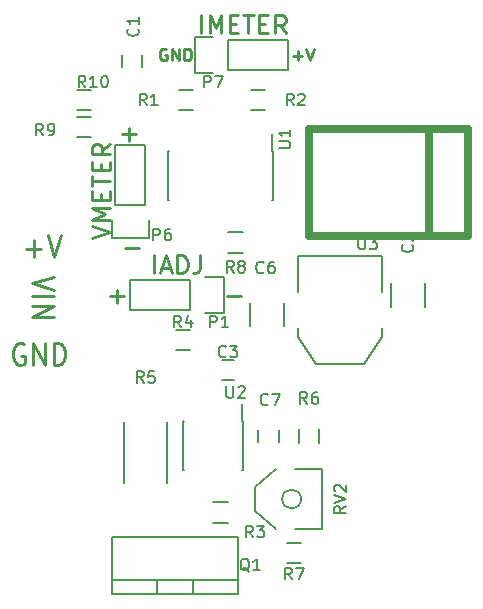
<source format=gto>
G04 #@! TF.FileFunction,Legend,Top*
%FSLAX46Y46*%
G04 Gerber Fmt 4.6, Leading zero omitted, Abs format (unit mm)*
G04 Created by KiCad (PCBNEW 4.0.1-stable) date 1/31/2016 8:55:28 PM*
%MOMM*%
G01*
G04 APERTURE LIST*
%ADD10C,0.150000*%
%ADD11C,0.250000*%
%ADD12C,0.650000*%
G04 APERTURE END LIST*
D10*
D11*
X21526572Y-24237143D02*
X22669429Y-24237143D01*
X11620572Y-24237143D02*
X12763429Y-24237143D01*
X12192000Y-24808571D02*
X12192000Y-23665714D01*
X19324286Y-1948571D02*
X19324286Y-448571D01*
X20038572Y-1948571D02*
X20038572Y-448571D01*
X20538572Y-1520000D01*
X21038572Y-448571D01*
X21038572Y-1948571D01*
X21752858Y-1162857D02*
X22252858Y-1162857D01*
X22467144Y-1948571D02*
X21752858Y-1948571D01*
X21752858Y-448571D01*
X22467144Y-448571D01*
X22895715Y-448571D02*
X23752858Y-448571D01*
X23324287Y-1948571D02*
X23324287Y-448571D01*
X24252858Y-1162857D02*
X24752858Y-1162857D01*
X24967144Y-1948571D02*
X24252858Y-1948571D01*
X24252858Y-448571D01*
X24967144Y-448571D01*
X26467144Y-1948571D02*
X25967144Y-1234286D01*
X25610001Y-1948571D02*
X25610001Y-448571D01*
X26181429Y-448571D01*
X26324287Y-520000D01*
X26395715Y-591429D01*
X26467144Y-734286D01*
X26467144Y-948571D01*
X26395715Y-1091429D01*
X26324287Y-1162857D01*
X26181429Y-1234286D01*
X25610001Y-1234286D01*
X12890572Y-20173143D02*
X14033429Y-20173143D01*
X12636572Y-10521143D02*
X13779429Y-10521143D01*
X13208000Y-11092571D02*
X13208000Y-9949714D01*
X10100571Y-19275714D02*
X11600571Y-18775714D01*
X10100571Y-18275714D01*
X11600571Y-17775714D02*
X10100571Y-17775714D01*
X11172000Y-17275714D01*
X10100571Y-16775714D01*
X11600571Y-16775714D01*
X10814857Y-16061428D02*
X10814857Y-15561428D01*
X11600571Y-15347142D02*
X11600571Y-16061428D01*
X10100571Y-16061428D01*
X10100571Y-15347142D01*
X10100571Y-14918571D02*
X10100571Y-14061428D01*
X11600571Y-14489999D02*
X10100571Y-14489999D01*
X10814857Y-13561428D02*
X10814857Y-13061428D01*
X11600571Y-12847142D02*
X11600571Y-13561428D01*
X10100571Y-13561428D01*
X10100571Y-12847142D01*
X11600571Y-11347142D02*
X10886286Y-11847142D01*
X11600571Y-12204285D02*
X10100571Y-12204285D01*
X10100571Y-11632857D01*
X10172000Y-11489999D01*
X10243429Y-11418571D01*
X10386286Y-11347142D01*
X10600571Y-11347142D01*
X10743429Y-11418571D01*
X10814857Y-11489999D01*
X10886286Y-11632857D01*
X10886286Y-12204285D01*
X15307715Y-22268571D02*
X15307715Y-20768571D01*
X15950572Y-21840000D02*
X16664858Y-21840000D01*
X15807715Y-22268571D02*
X16307715Y-20768571D01*
X16807715Y-22268571D01*
X17307715Y-22268571D02*
X17307715Y-20768571D01*
X17664858Y-20768571D01*
X17879143Y-20840000D01*
X18022001Y-20982857D01*
X18093429Y-21125714D01*
X18164858Y-21411429D01*
X18164858Y-21625714D01*
X18093429Y-21911429D01*
X18022001Y-22054286D01*
X17879143Y-22197143D01*
X17664858Y-22268571D01*
X17307715Y-22268571D01*
X19236286Y-20768571D02*
X19236286Y-21840000D01*
X19164858Y-22054286D01*
X19022001Y-22197143D01*
X18807715Y-22268571D01*
X18664858Y-22268571D01*
X27130476Y-3881429D02*
X27892381Y-3881429D01*
X27511429Y-4262381D02*
X27511429Y-3500476D01*
X28225714Y-3262381D02*
X28559047Y-4262381D01*
X28892381Y-3262381D01*
X16383096Y-3310000D02*
X16287858Y-3262381D01*
X16145001Y-3262381D01*
X16002143Y-3310000D01*
X15906905Y-3405238D01*
X15859286Y-3500476D01*
X15811667Y-3690952D01*
X15811667Y-3833810D01*
X15859286Y-4024286D01*
X15906905Y-4119524D01*
X16002143Y-4214762D01*
X16145001Y-4262381D01*
X16240239Y-4262381D01*
X16383096Y-4214762D01*
X16430715Y-4167143D01*
X16430715Y-3833810D01*
X16240239Y-3833810D01*
X16859286Y-4262381D02*
X16859286Y-3262381D01*
X17430715Y-4262381D01*
X17430715Y-3262381D01*
X17906905Y-4262381D02*
X17906905Y-3262381D01*
X18145000Y-3262381D01*
X18287858Y-3310000D01*
X18383096Y-3405238D01*
X18430715Y-3500476D01*
X18478334Y-3690952D01*
X18478334Y-3833810D01*
X18430715Y-4024286D01*
X18383096Y-4119524D01*
X18287858Y-4214762D01*
X18145000Y-4262381D01*
X17906905Y-4262381D01*
X4330096Y-28257500D02*
X4172858Y-28166786D01*
X3937001Y-28166786D01*
X3701143Y-28257500D01*
X3543905Y-28438929D01*
X3465286Y-28620357D01*
X3386667Y-28983214D01*
X3386667Y-29255357D01*
X3465286Y-29618214D01*
X3543905Y-29799643D01*
X3701143Y-29981071D01*
X3937001Y-30071786D01*
X4094239Y-30071786D01*
X4330096Y-29981071D01*
X4408715Y-29890357D01*
X4408715Y-29255357D01*
X4094239Y-29255357D01*
X5116286Y-30071786D02*
X5116286Y-28166786D01*
X6059715Y-30071786D01*
X6059715Y-28166786D01*
X6845905Y-30071786D02*
X6845905Y-28166786D01*
X7239000Y-28166786D01*
X7474858Y-28257500D01*
X7632096Y-28438929D01*
X7710715Y-28620357D01*
X7789334Y-28983214D01*
X7789334Y-29255357D01*
X7710715Y-29618214D01*
X7632096Y-29799643D01*
X7474858Y-29981071D01*
X7239000Y-30071786D01*
X6845905Y-30071786D01*
X4505476Y-20202071D02*
X5763381Y-20202071D01*
X5134429Y-20927786D02*
X5134429Y-19476357D01*
X6313714Y-19022786D02*
X6864047Y-20927786D01*
X7414381Y-19022786D01*
X6885214Y-22575762D02*
X4980214Y-23126095D01*
X6885214Y-23676429D01*
X4980214Y-24226762D02*
X6885214Y-24226762D01*
X4980214Y-25012952D02*
X6885214Y-25012952D01*
X4980214Y-25956381D01*
X6885214Y-25956381D01*
D12*
X38617000Y-10105000D02*
X38617000Y-19105000D01*
X41917000Y-19105000D02*
X41917000Y-10105000D01*
X41917000Y-19105000D02*
X28417000Y-19105000D01*
X28417000Y-19105000D02*
X28417000Y-10105000D01*
X41917000Y-10105000D02*
X28417000Y-10105000D01*
D10*
X14605000Y-16510000D02*
X14605000Y-11430000D01*
X14605000Y-11430000D02*
X12065000Y-11430000D01*
X12065000Y-11430000D02*
X12065000Y-16510000D01*
X11785000Y-19330000D02*
X11785000Y-17780000D01*
X12065000Y-16510000D02*
X14605000Y-16510000D01*
X14885000Y-17780000D02*
X14885000Y-19330000D01*
X14885000Y-19330000D02*
X11785000Y-19330000D01*
X21590000Y-5080000D02*
X26670000Y-5080000D01*
X26670000Y-5080000D02*
X26670000Y-2540000D01*
X26670000Y-2540000D02*
X21590000Y-2540000D01*
X18770000Y-2260000D02*
X20320000Y-2260000D01*
X21590000Y-2540000D02*
X21590000Y-5080000D01*
X20320000Y-5360000D02*
X18770000Y-5360000D01*
X18770000Y-5360000D02*
X18770000Y-2260000D01*
X25405000Y-11895000D02*
X25290000Y-11895000D01*
X25405000Y-16045000D02*
X25290000Y-16045000D01*
X16505000Y-16045000D02*
X16620000Y-16045000D01*
X16505000Y-11895000D02*
X16620000Y-11895000D01*
X25405000Y-11895000D02*
X25405000Y-16045000D01*
X16505000Y-11895000D02*
X16505000Y-16045000D01*
X25290000Y-11895000D02*
X25290000Y-10520000D01*
X18669000Y-49403000D02*
X18669000Y-48260000D01*
X15621000Y-49403000D02*
X15621000Y-48260000D01*
X11811000Y-48260000D02*
X11811000Y-44577000D01*
X11811000Y-44577000D02*
X22479000Y-44577000D01*
X22479000Y-44577000D02*
X22479000Y-48260000D01*
X11811000Y-49403000D02*
X11811000Y-48260000D01*
X11811000Y-48260000D02*
X22479000Y-48260000D01*
X22479000Y-48260000D02*
X22479000Y-49403000D01*
X17145000Y-49403000D02*
X22479000Y-49403000D01*
X17145000Y-49403000D02*
X11811000Y-49403000D01*
X21555000Y-43420000D02*
X20355000Y-43420000D01*
X20355000Y-41670000D02*
X21555000Y-41670000D01*
X18380000Y-28815000D02*
X17180000Y-28815000D01*
X17180000Y-27065000D02*
X18380000Y-27065000D01*
X12780000Y-40065000D02*
X12780000Y-34865000D01*
X16430000Y-34865000D02*
X16430000Y-40065000D01*
X29323000Y-35468000D02*
X29323000Y-36668000D01*
X27573000Y-36668000D02*
X27573000Y-35468000D01*
X26578000Y-45099000D02*
X27778000Y-45099000D01*
X27778000Y-46849000D02*
X26578000Y-46849000D01*
X22895000Y-34755000D02*
X22750000Y-34755000D01*
X22895000Y-38905000D02*
X22750000Y-38905000D01*
X17745000Y-38905000D02*
X17890000Y-38905000D01*
X17745000Y-34755000D02*
X17890000Y-34755000D01*
X22895000Y-34755000D02*
X22895000Y-38905000D01*
X17745000Y-34755000D02*
X17745000Y-38905000D01*
X22750000Y-34755000D02*
X22750000Y-33355000D01*
X17434000Y-6745000D02*
X18634000Y-6745000D01*
X18634000Y-8495000D02*
X17434000Y-8495000D01*
X24730000Y-8495000D02*
X23530000Y-8495000D01*
X23530000Y-6745000D02*
X24730000Y-6745000D01*
X26367000Y-26781000D02*
X26367000Y-24781000D01*
X23417000Y-24781000D02*
X23417000Y-26781000D01*
X24169000Y-35568000D02*
X24169000Y-36568000D01*
X25869000Y-36568000D02*
X25869000Y-35568000D01*
X14312000Y-4818000D02*
X14312000Y-3818000D01*
X12612000Y-3818000D02*
X12612000Y-4818000D01*
X38305000Y-25130000D02*
X38305000Y-23130000D01*
X35355000Y-23130000D02*
X35355000Y-25130000D01*
X21625000Y-18810000D02*
X22825000Y-18810000D01*
X22825000Y-20560000D02*
X21625000Y-20560000D01*
X21090000Y-31330000D02*
X22090000Y-31330000D01*
X22090000Y-29630000D02*
X21090000Y-29630000D01*
X34671000Y-23876000D02*
X34671000Y-20828000D01*
X34671000Y-20828000D02*
X27559000Y-20828000D01*
X27559000Y-20828000D02*
X27559000Y-23876000D01*
X34671000Y-26924000D02*
X34671000Y-27686000D01*
X34671000Y-27686000D02*
X33147000Y-29972000D01*
X33147000Y-29972000D02*
X29083000Y-29972000D01*
X29083000Y-29972000D02*
X27559000Y-27686000D01*
X27559000Y-27686000D02*
X27559000Y-26924000D01*
X18415000Y-22860000D02*
X13335000Y-22860000D01*
X13335000Y-22860000D02*
X13335000Y-25400000D01*
X13335000Y-25400000D02*
X18415000Y-25400000D01*
X21235000Y-25680000D02*
X19685000Y-25680000D01*
X18415000Y-25400000D02*
X18415000Y-22860000D01*
X19685000Y-22580000D02*
X21235000Y-22580000D01*
X21235000Y-22580000D02*
X21235000Y-25680000D01*
X27240000Y-43942000D02*
X29526000Y-43942000D01*
X29526000Y-43942000D02*
X29526000Y-38862000D01*
X29526000Y-38862000D02*
X27240000Y-38862000D01*
X25692000Y-43942000D02*
X23914000Y-42418000D01*
X23914000Y-42418000D02*
X23914000Y-40386000D01*
X23914000Y-40386000D02*
X25692000Y-38862000D01*
X27773219Y-41402000D02*
G75*
G03X27773219Y-41402000I-803219J0D01*
G01*
X8798000Y-9031000D02*
X9998000Y-9031000D01*
X9998000Y-10781000D02*
X8798000Y-10781000D01*
X9998000Y-8495000D02*
X8798000Y-8495000D01*
X8798000Y-6745000D02*
X9998000Y-6745000D01*
X15263905Y-19502381D02*
X15263905Y-18502381D01*
X15644858Y-18502381D01*
X15740096Y-18550000D01*
X15787715Y-18597619D01*
X15835334Y-18692857D01*
X15835334Y-18835714D01*
X15787715Y-18930952D01*
X15740096Y-18978571D01*
X15644858Y-19026190D01*
X15263905Y-19026190D01*
X16692477Y-18502381D02*
X16502000Y-18502381D01*
X16406762Y-18550000D01*
X16359143Y-18597619D01*
X16263905Y-18740476D01*
X16216286Y-18930952D01*
X16216286Y-19311905D01*
X16263905Y-19407143D01*
X16311524Y-19454762D01*
X16406762Y-19502381D01*
X16597239Y-19502381D01*
X16692477Y-19454762D01*
X16740096Y-19407143D01*
X16787715Y-19311905D01*
X16787715Y-19073810D01*
X16740096Y-18978571D01*
X16692477Y-18930952D01*
X16597239Y-18883333D01*
X16406762Y-18883333D01*
X16311524Y-18930952D01*
X16263905Y-18978571D01*
X16216286Y-19073810D01*
X19581905Y-6548381D02*
X19581905Y-5548381D01*
X19962858Y-5548381D01*
X20058096Y-5596000D01*
X20105715Y-5643619D01*
X20153334Y-5738857D01*
X20153334Y-5881714D01*
X20105715Y-5976952D01*
X20058096Y-6024571D01*
X19962858Y-6072190D01*
X19581905Y-6072190D01*
X20486667Y-5548381D02*
X21153334Y-5548381D01*
X20724762Y-6548381D01*
X25868381Y-11683905D02*
X26677905Y-11683905D01*
X26773143Y-11636286D01*
X26820762Y-11588667D01*
X26868381Y-11493429D01*
X26868381Y-11302952D01*
X26820762Y-11207714D01*
X26773143Y-11160095D01*
X26677905Y-11112476D01*
X25868381Y-11112476D01*
X26868381Y-10112476D02*
X26868381Y-10683905D01*
X26868381Y-10398191D02*
X25868381Y-10398191D01*
X26011238Y-10493429D01*
X26106476Y-10588667D01*
X26154095Y-10683905D01*
X23399762Y-47537619D02*
X23304524Y-47490000D01*
X23209286Y-47394762D01*
X23066429Y-47251905D01*
X22971190Y-47204286D01*
X22875952Y-47204286D01*
X22923571Y-47442381D02*
X22828333Y-47394762D01*
X22733095Y-47299524D01*
X22685476Y-47109048D01*
X22685476Y-46775714D01*
X22733095Y-46585238D01*
X22828333Y-46490000D01*
X22923571Y-46442381D01*
X23114048Y-46442381D01*
X23209286Y-46490000D01*
X23304524Y-46585238D01*
X23352143Y-46775714D01*
X23352143Y-47109048D01*
X23304524Y-47299524D01*
X23209286Y-47394762D01*
X23114048Y-47442381D01*
X22923571Y-47442381D01*
X24304524Y-47442381D02*
X23733095Y-47442381D01*
X24018809Y-47442381D02*
X24018809Y-46442381D01*
X23923571Y-46585238D01*
X23828333Y-46680476D01*
X23733095Y-46728095D01*
X23709334Y-44648381D02*
X23376000Y-44172190D01*
X23137905Y-44648381D02*
X23137905Y-43648381D01*
X23518858Y-43648381D01*
X23614096Y-43696000D01*
X23661715Y-43743619D01*
X23709334Y-43838857D01*
X23709334Y-43981714D01*
X23661715Y-44076952D01*
X23614096Y-44124571D01*
X23518858Y-44172190D01*
X23137905Y-44172190D01*
X24042667Y-43648381D02*
X24661715Y-43648381D01*
X24328381Y-44029333D01*
X24471239Y-44029333D01*
X24566477Y-44076952D01*
X24614096Y-44124571D01*
X24661715Y-44219810D01*
X24661715Y-44457905D01*
X24614096Y-44553143D01*
X24566477Y-44600762D01*
X24471239Y-44648381D01*
X24185524Y-44648381D01*
X24090286Y-44600762D01*
X24042667Y-44553143D01*
X17613334Y-26868381D02*
X17280000Y-26392190D01*
X17041905Y-26868381D02*
X17041905Y-25868381D01*
X17422858Y-25868381D01*
X17518096Y-25916000D01*
X17565715Y-25963619D01*
X17613334Y-26058857D01*
X17613334Y-26201714D01*
X17565715Y-26296952D01*
X17518096Y-26344571D01*
X17422858Y-26392190D01*
X17041905Y-26392190D01*
X18470477Y-26201714D02*
X18470477Y-26868381D01*
X18232381Y-25820762D02*
X17994286Y-26535048D01*
X18613334Y-26535048D01*
X14438334Y-31567381D02*
X14105000Y-31091190D01*
X13866905Y-31567381D02*
X13866905Y-30567381D01*
X14247858Y-30567381D01*
X14343096Y-30615000D01*
X14390715Y-30662619D01*
X14438334Y-30757857D01*
X14438334Y-30900714D01*
X14390715Y-30995952D01*
X14343096Y-31043571D01*
X14247858Y-31091190D01*
X13866905Y-31091190D01*
X15343096Y-30567381D02*
X14866905Y-30567381D01*
X14819286Y-31043571D01*
X14866905Y-30995952D01*
X14962143Y-30948333D01*
X15200239Y-30948333D01*
X15295477Y-30995952D01*
X15343096Y-31043571D01*
X15390715Y-31138810D01*
X15390715Y-31376905D01*
X15343096Y-31472143D01*
X15295477Y-31519762D01*
X15200239Y-31567381D01*
X14962143Y-31567381D01*
X14866905Y-31519762D01*
X14819286Y-31472143D01*
X28281334Y-33345381D02*
X27948000Y-32869190D01*
X27709905Y-33345381D02*
X27709905Y-32345381D01*
X28090858Y-32345381D01*
X28186096Y-32393000D01*
X28233715Y-32440619D01*
X28281334Y-32535857D01*
X28281334Y-32678714D01*
X28233715Y-32773952D01*
X28186096Y-32821571D01*
X28090858Y-32869190D01*
X27709905Y-32869190D01*
X29138477Y-32345381D02*
X28948000Y-32345381D01*
X28852762Y-32393000D01*
X28805143Y-32440619D01*
X28709905Y-32583476D01*
X28662286Y-32773952D01*
X28662286Y-33154905D01*
X28709905Y-33250143D01*
X28757524Y-33297762D01*
X28852762Y-33345381D01*
X29043239Y-33345381D01*
X29138477Y-33297762D01*
X29186096Y-33250143D01*
X29233715Y-33154905D01*
X29233715Y-32916810D01*
X29186096Y-32821571D01*
X29138477Y-32773952D01*
X29043239Y-32726333D01*
X28852762Y-32726333D01*
X28757524Y-32773952D01*
X28709905Y-32821571D01*
X28662286Y-32916810D01*
X27011334Y-48204381D02*
X26678000Y-47728190D01*
X26439905Y-48204381D02*
X26439905Y-47204381D01*
X26820858Y-47204381D01*
X26916096Y-47252000D01*
X26963715Y-47299619D01*
X27011334Y-47394857D01*
X27011334Y-47537714D01*
X26963715Y-47632952D01*
X26916096Y-47680571D01*
X26820858Y-47728190D01*
X26439905Y-47728190D01*
X27344667Y-47204381D02*
X28011334Y-47204381D01*
X27582762Y-48204381D01*
X21463095Y-31837381D02*
X21463095Y-32646905D01*
X21510714Y-32742143D01*
X21558333Y-32789762D01*
X21653571Y-32837381D01*
X21844048Y-32837381D01*
X21939286Y-32789762D01*
X21986905Y-32742143D01*
X22034524Y-32646905D01*
X22034524Y-31837381D01*
X22463095Y-31932619D02*
X22510714Y-31885000D01*
X22605952Y-31837381D01*
X22844048Y-31837381D01*
X22939286Y-31885000D01*
X22986905Y-31932619D01*
X23034524Y-32027857D01*
X23034524Y-32123095D01*
X22986905Y-32265952D01*
X22415476Y-32837381D01*
X23034524Y-32837381D01*
X14692334Y-8072381D02*
X14359000Y-7596190D01*
X14120905Y-8072381D02*
X14120905Y-7072381D01*
X14501858Y-7072381D01*
X14597096Y-7120000D01*
X14644715Y-7167619D01*
X14692334Y-7262857D01*
X14692334Y-7405714D01*
X14644715Y-7500952D01*
X14597096Y-7548571D01*
X14501858Y-7596190D01*
X14120905Y-7596190D01*
X15644715Y-8072381D02*
X15073286Y-8072381D01*
X15359000Y-8072381D02*
X15359000Y-7072381D01*
X15263762Y-7215238D01*
X15168524Y-7310476D01*
X15073286Y-7358095D01*
X27138334Y-8072381D02*
X26805000Y-7596190D01*
X26566905Y-8072381D02*
X26566905Y-7072381D01*
X26947858Y-7072381D01*
X27043096Y-7120000D01*
X27090715Y-7167619D01*
X27138334Y-7262857D01*
X27138334Y-7405714D01*
X27090715Y-7500952D01*
X27043096Y-7548571D01*
X26947858Y-7596190D01*
X26566905Y-7596190D01*
X27519286Y-7167619D02*
X27566905Y-7120000D01*
X27662143Y-7072381D01*
X27900239Y-7072381D01*
X27995477Y-7120000D01*
X28043096Y-7167619D01*
X28090715Y-7262857D01*
X28090715Y-7358095D01*
X28043096Y-7500952D01*
X27471667Y-8072381D01*
X28090715Y-8072381D01*
X24598334Y-22201143D02*
X24550715Y-22248762D01*
X24407858Y-22296381D01*
X24312620Y-22296381D01*
X24169762Y-22248762D01*
X24074524Y-22153524D01*
X24026905Y-22058286D01*
X23979286Y-21867810D01*
X23979286Y-21724952D01*
X24026905Y-21534476D01*
X24074524Y-21439238D01*
X24169762Y-21344000D01*
X24312620Y-21296381D01*
X24407858Y-21296381D01*
X24550715Y-21344000D01*
X24598334Y-21391619D01*
X25455477Y-21296381D02*
X25265000Y-21296381D01*
X25169762Y-21344000D01*
X25122143Y-21391619D01*
X25026905Y-21534476D01*
X24979286Y-21724952D01*
X24979286Y-22105905D01*
X25026905Y-22201143D01*
X25074524Y-22248762D01*
X25169762Y-22296381D01*
X25360239Y-22296381D01*
X25455477Y-22248762D01*
X25503096Y-22201143D01*
X25550715Y-22105905D01*
X25550715Y-21867810D01*
X25503096Y-21772571D01*
X25455477Y-21724952D01*
X25360239Y-21677333D01*
X25169762Y-21677333D01*
X25074524Y-21724952D01*
X25026905Y-21772571D01*
X24979286Y-21867810D01*
X24979334Y-33377143D02*
X24931715Y-33424762D01*
X24788858Y-33472381D01*
X24693620Y-33472381D01*
X24550762Y-33424762D01*
X24455524Y-33329524D01*
X24407905Y-33234286D01*
X24360286Y-33043810D01*
X24360286Y-32900952D01*
X24407905Y-32710476D01*
X24455524Y-32615238D01*
X24550762Y-32520000D01*
X24693620Y-32472381D01*
X24788858Y-32472381D01*
X24931715Y-32520000D01*
X24979334Y-32567619D01*
X25312667Y-32472381D02*
X25979334Y-32472381D01*
X25550762Y-33472381D01*
X13946143Y-1563666D02*
X13993762Y-1611285D01*
X14041381Y-1754142D01*
X14041381Y-1849380D01*
X13993762Y-1992238D01*
X13898524Y-2087476D01*
X13803286Y-2135095D01*
X13612810Y-2182714D01*
X13469952Y-2182714D01*
X13279476Y-2135095D01*
X13184238Y-2087476D01*
X13089000Y-1992238D01*
X13041381Y-1849380D01*
X13041381Y-1754142D01*
X13089000Y-1611285D01*
X13136619Y-1563666D01*
X14041381Y-611285D02*
X14041381Y-1182714D01*
X14041381Y-897000D02*
X13041381Y-897000D01*
X13184238Y-992238D01*
X13279476Y-1087476D01*
X13327095Y-1182714D01*
X37187143Y-19851666D02*
X37234762Y-19899285D01*
X37282381Y-20042142D01*
X37282381Y-20137380D01*
X37234762Y-20280238D01*
X37139524Y-20375476D01*
X37044286Y-20423095D01*
X36853810Y-20470714D01*
X36710952Y-20470714D01*
X36520476Y-20423095D01*
X36425238Y-20375476D01*
X36330000Y-20280238D01*
X36282381Y-20137380D01*
X36282381Y-20042142D01*
X36330000Y-19899285D01*
X36377619Y-19851666D01*
X36377619Y-19470714D02*
X36330000Y-19423095D01*
X36282381Y-19327857D01*
X36282381Y-19089761D01*
X36330000Y-18994523D01*
X36377619Y-18946904D01*
X36472857Y-18899285D01*
X36568095Y-18899285D01*
X36710952Y-18946904D01*
X37282381Y-19518333D01*
X37282381Y-18899285D01*
X22058334Y-22237381D02*
X21725000Y-21761190D01*
X21486905Y-22237381D02*
X21486905Y-21237381D01*
X21867858Y-21237381D01*
X21963096Y-21285000D01*
X22010715Y-21332619D01*
X22058334Y-21427857D01*
X22058334Y-21570714D01*
X22010715Y-21665952D01*
X21963096Y-21713571D01*
X21867858Y-21761190D01*
X21486905Y-21761190D01*
X22629762Y-21665952D02*
X22534524Y-21618333D01*
X22486905Y-21570714D01*
X22439286Y-21475476D01*
X22439286Y-21427857D01*
X22486905Y-21332619D01*
X22534524Y-21285000D01*
X22629762Y-21237381D01*
X22820239Y-21237381D01*
X22915477Y-21285000D01*
X22963096Y-21332619D01*
X23010715Y-21427857D01*
X23010715Y-21475476D01*
X22963096Y-21570714D01*
X22915477Y-21618333D01*
X22820239Y-21665952D01*
X22629762Y-21665952D01*
X22534524Y-21713571D01*
X22486905Y-21761190D01*
X22439286Y-21856429D01*
X22439286Y-22046905D01*
X22486905Y-22142143D01*
X22534524Y-22189762D01*
X22629762Y-22237381D01*
X22820239Y-22237381D01*
X22915477Y-22189762D01*
X22963096Y-22142143D01*
X23010715Y-22046905D01*
X23010715Y-21856429D01*
X22963096Y-21761190D01*
X22915477Y-21713571D01*
X22820239Y-21665952D01*
X21423334Y-29313143D02*
X21375715Y-29360762D01*
X21232858Y-29408381D01*
X21137620Y-29408381D01*
X20994762Y-29360762D01*
X20899524Y-29265524D01*
X20851905Y-29170286D01*
X20804286Y-28979810D01*
X20804286Y-28836952D01*
X20851905Y-28646476D01*
X20899524Y-28551238D01*
X20994762Y-28456000D01*
X21137620Y-28408381D01*
X21232858Y-28408381D01*
X21375715Y-28456000D01*
X21423334Y-28503619D01*
X21756667Y-28408381D02*
X22375715Y-28408381D01*
X22042381Y-28789333D01*
X22185239Y-28789333D01*
X22280477Y-28836952D01*
X22328096Y-28884571D01*
X22375715Y-28979810D01*
X22375715Y-29217905D01*
X22328096Y-29313143D01*
X22280477Y-29360762D01*
X22185239Y-29408381D01*
X21899524Y-29408381D01*
X21804286Y-29360762D01*
X21756667Y-29313143D01*
X32639095Y-19264381D02*
X32639095Y-20073905D01*
X32686714Y-20169143D01*
X32734333Y-20216762D01*
X32829571Y-20264381D01*
X33020048Y-20264381D01*
X33115286Y-20216762D01*
X33162905Y-20169143D01*
X33210524Y-20073905D01*
X33210524Y-19264381D01*
X33591476Y-19264381D02*
X34210524Y-19264381D01*
X33877190Y-19645333D01*
X34020048Y-19645333D01*
X34115286Y-19692952D01*
X34162905Y-19740571D01*
X34210524Y-19835810D01*
X34210524Y-20073905D01*
X34162905Y-20169143D01*
X34115286Y-20216762D01*
X34020048Y-20264381D01*
X33734333Y-20264381D01*
X33639095Y-20216762D01*
X33591476Y-20169143D01*
X20089905Y-26868381D02*
X20089905Y-25868381D01*
X20470858Y-25868381D01*
X20566096Y-25916000D01*
X20613715Y-25963619D01*
X20661334Y-26058857D01*
X20661334Y-26201714D01*
X20613715Y-26296952D01*
X20566096Y-26344571D01*
X20470858Y-26392190D01*
X20089905Y-26392190D01*
X21613715Y-26868381D02*
X21042286Y-26868381D01*
X21328000Y-26868381D02*
X21328000Y-25868381D01*
X21232762Y-26011238D01*
X21137524Y-26106476D01*
X21042286Y-26154095D01*
X31567381Y-41997238D02*
X31091190Y-42330572D01*
X31567381Y-42568667D02*
X30567381Y-42568667D01*
X30567381Y-42187714D01*
X30615000Y-42092476D01*
X30662619Y-42044857D01*
X30757857Y-41997238D01*
X30900714Y-41997238D01*
X30995952Y-42044857D01*
X31043571Y-42092476D01*
X31091190Y-42187714D01*
X31091190Y-42568667D01*
X30567381Y-41711524D02*
X31567381Y-41378191D01*
X30567381Y-41044857D01*
X30662619Y-40759143D02*
X30615000Y-40711524D01*
X30567381Y-40616286D01*
X30567381Y-40378190D01*
X30615000Y-40282952D01*
X30662619Y-40235333D01*
X30757857Y-40187714D01*
X30853095Y-40187714D01*
X30995952Y-40235333D01*
X31567381Y-40806762D01*
X31567381Y-40187714D01*
X5929334Y-10612381D02*
X5596000Y-10136190D01*
X5357905Y-10612381D02*
X5357905Y-9612381D01*
X5738858Y-9612381D01*
X5834096Y-9660000D01*
X5881715Y-9707619D01*
X5929334Y-9802857D01*
X5929334Y-9945714D01*
X5881715Y-10040952D01*
X5834096Y-10088571D01*
X5738858Y-10136190D01*
X5357905Y-10136190D01*
X6405524Y-10612381D02*
X6596000Y-10612381D01*
X6691239Y-10564762D01*
X6738858Y-10517143D01*
X6834096Y-10374286D01*
X6881715Y-10183810D01*
X6881715Y-9802857D01*
X6834096Y-9707619D01*
X6786477Y-9660000D01*
X6691239Y-9612381D01*
X6500762Y-9612381D01*
X6405524Y-9660000D01*
X6357905Y-9707619D01*
X6310286Y-9802857D01*
X6310286Y-10040952D01*
X6357905Y-10136190D01*
X6405524Y-10183810D01*
X6500762Y-10231429D01*
X6691239Y-10231429D01*
X6786477Y-10183810D01*
X6834096Y-10136190D01*
X6881715Y-10040952D01*
X9517143Y-6548381D02*
X9183809Y-6072190D01*
X8945714Y-6548381D02*
X8945714Y-5548381D01*
X9326667Y-5548381D01*
X9421905Y-5596000D01*
X9469524Y-5643619D01*
X9517143Y-5738857D01*
X9517143Y-5881714D01*
X9469524Y-5976952D01*
X9421905Y-6024571D01*
X9326667Y-6072190D01*
X8945714Y-6072190D01*
X10469524Y-6548381D02*
X9898095Y-6548381D01*
X10183809Y-6548381D02*
X10183809Y-5548381D01*
X10088571Y-5691238D01*
X9993333Y-5786476D01*
X9898095Y-5834095D01*
X11088571Y-5548381D02*
X11183810Y-5548381D01*
X11279048Y-5596000D01*
X11326667Y-5643619D01*
X11374286Y-5738857D01*
X11421905Y-5929333D01*
X11421905Y-6167429D01*
X11374286Y-6357905D01*
X11326667Y-6453143D01*
X11279048Y-6500762D01*
X11183810Y-6548381D01*
X11088571Y-6548381D01*
X10993333Y-6500762D01*
X10945714Y-6453143D01*
X10898095Y-6357905D01*
X10850476Y-6167429D01*
X10850476Y-5929333D01*
X10898095Y-5738857D01*
X10945714Y-5643619D01*
X10993333Y-5596000D01*
X11088571Y-5548381D01*
M02*

</source>
